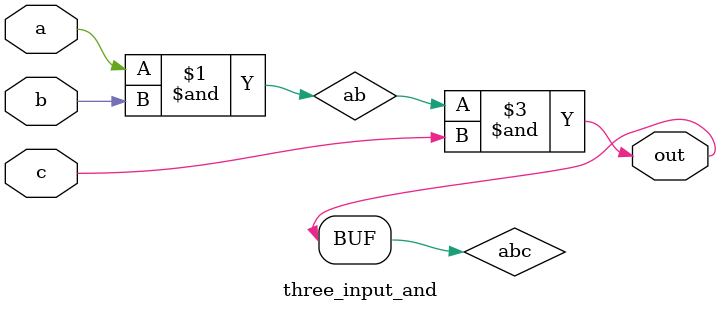
<source format=v>
module three_input_and (
    input a,
    input b,
    input c,
    output out
);

    wire ab, bc, abc;

    and and1 (ab, a, b);
    and and2 (bc, b, c);
    and and3 (abc, ab, c);
    assign out = abc;

endmodule
</source>
